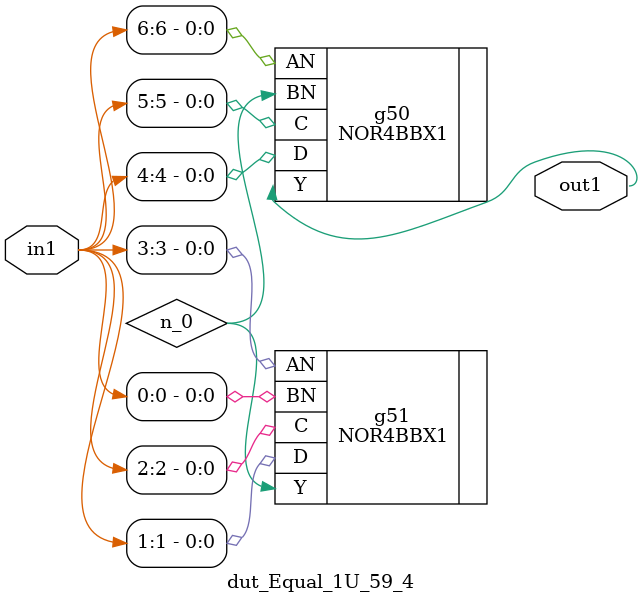
<source format=v>
`timescale 1ps / 1ps


module dut_Equal_1U_59_4(in1, out1);
  input [6:0] in1;
  output out1;
  wire [6:0] in1;
  wire out1;
  wire n_0;
  NOR4BBX1 g50(.AN (in1[6]), .BN (n_0), .C (in1[5]), .D (in1[4]), .Y
       (out1));
  NOR4BBX1 g51(.AN (in1[3]), .BN (in1[0]), .C (in1[2]), .D (in1[1]), .Y
       (n_0));
endmodule



</source>
